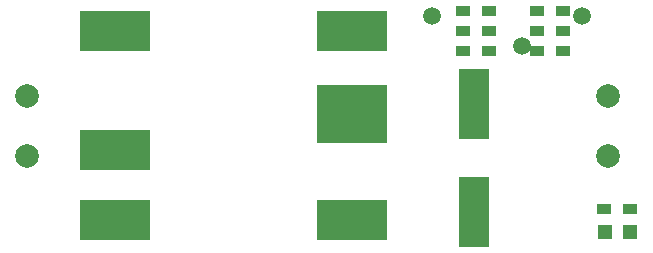
<source format=gts>
%TF.GenerationSoftware,KiCad,Pcbnew,(2015-04-23 BZR 5622)-product*%
%TF.CreationDate,2015-05-03T12:13:25+02:00*%
%TF.JobID,KIS-3R33S_breakout,4B49532D33523333535F627265616B6F,0.12.a*%
%TF.FileFunction,Soldermask,Top*%
%FSLAX46Y46*%
G04 Gerber Fmt 4.6, Leading zero omitted, Abs format (unit mm)*
G04 Created by KiCad (PCBNEW (2015-04-23 BZR 5622)-product) date Sun 03 May 2015 12:13:25 PM CEST*
%MOMM*%
G01*
G04 APERTURE LIST*
%ADD10C,0.100000*%
%ADD11R,1.200000X0.900000*%
%ADD12C,2.000000*%
%ADD13R,6.000000X3.500000*%
%ADD14R,6.000000X5.000000*%
%ADD15R,1.198880X1.198880*%
%ADD16R,2.500000X6.000000*%
%ADD17C,1.500000*%
G04 APERTURE END LIST*
D10*
D11*
X175700000Y-93700000D03*
X177900000Y-93700000D03*
X175700000Y-92000000D03*
X177900000Y-92000000D03*
X175700000Y-90300000D03*
X177900000Y-90300000D03*
X169400000Y-93700000D03*
X171600000Y-93700000D03*
X169400000Y-92000000D03*
X171600000Y-92000000D03*
D12*
X181700000Y-97460000D03*
X181700000Y-102540000D03*
X132550000Y-102540000D03*
X132550000Y-97460000D03*
D13*
X140000000Y-92000000D03*
X140000000Y-102000000D03*
X140000000Y-108000000D03*
X160000000Y-108000000D03*
D14*
X160000000Y-99000000D03*
D13*
X160000000Y-92000000D03*
D15*
X183549020Y-109000000D03*
X181450980Y-109000000D03*
D11*
X181400000Y-107000000D03*
X183600000Y-107000000D03*
D16*
X170400000Y-98150000D03*
X170400000Y-107250000D03*
D17*
X166850000Y-90730000D03*
X174470000Y-93270000D03*
X179550000Y-90730000D03*
D11*
X169400000Y-90300000D03*
X171600000Y-90300000D03*
M02*

</source>
